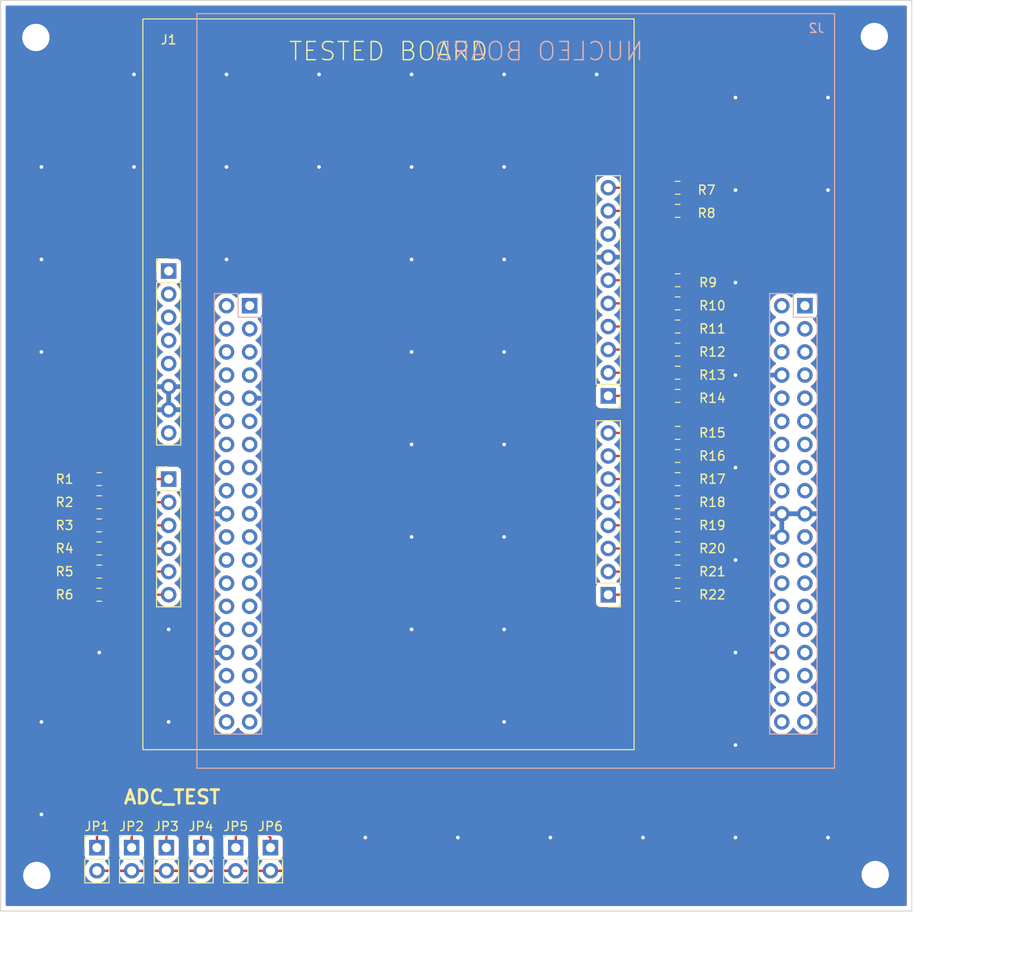
<source format=kicad_pcb>
(kicad_pcb (version 20171130) (host pcbnew "(5.1.5)-3")
  (layers (0 F.Cu signal) (31 B.Cu signal) (34 B.Paste user) (35 F.Paste user) (36 B.SilkS user) (37 F.SilkS user) (38 B.Mask user) (39 F.Mask user) (44 Edge.Cuts user))
  (net 0 "")
  (net 1 /T_P5-9V_VIN)
  (net 2 GND)
  (net 3 /T_P5V_USB)
  (net 4 /T_P3V3)
  (net 5 /T_RESET_PTA1)
  (net 6 /T_SDA_PTD5)
  (net 7 /T_VREFH)
  (net 8 /PC10)
  (net 9 /PC11)
  (net 10 /PC12)
  (net 11 /PD2)
  (net 12 /VDD)
  (net 13 /E5V)
  (net 14 /BOOT0)
  (net 15 /IOREF)
  (net 16 /PA13)
  (net 17 /RESET)
  (net 18 /PA14)
  (net 19 /+3V3)
  (net 20 /PA15)
  (net 21 /+5V)
  (net 22 /PB7)
  (net 23 /PC13)
  (net 24 /VIN)
  (net 25 /PC14)
  (net 26 /PC15)
  (net 27 /PA0)
  (net 28 /PH0)
  (net 29 /PA1)
  (net 30 /PH1)
  (net 31 /PA4)
  (net 32 /VBAT)
  (net 33 /PB0)
  (net 34 /PC2)
  (net 35 /PC1)
  (net 36 /PC3)
  (net 37 /PC0)
  (net 38 /PA3)
  (net 39 /PA2)
  (net 40 /PC4)
  (net 41 /PA10)
  (net 42 /PB3)
  (net 43 /PB13)
  (net 44 /PB5)
  (net 45 /PB14)
  (net 46 /PB4)
  (net 47 /PB15)
  (net 48 /PB10)
  (net 49 /PB1)
  (net 50 /PA8)
  (net 51 /PB2)
  (net 52 /PA9)
  (net 53 /PC7)
  (net 54 /PB11)
  (net 55 /PB6)
  (net 56 /PB12)
  (net 57 /PA7)
  (net 58 /PA11)
  (net 59 /PA6)
  (net 60 /PA12)
  (net 61 /PA5)
  (net 62 /U5V)
  (net 63 /AVDD)
  (net 64 /PC5)
  (net 65 /PB9)
  (net 66 /PC6)
  (net 67 /PB8)
  (net 68 /PC8)
  (net 69 /PC9)
  (net 70 /T_PTB8)
  (net 71 /T_PTB9)
  (net 72 /T_PTA8)
  (net 73 /T_PTA0)
  (net 74 /T_PTA9)
  (net 75 /T_PTB13)
  (net 76 /T_PTB3)
  (net 77 /T_PTB4)
  (net 78 /T_PTB0)
  (net 79 /T_PTA6)
  (net 80 /T_PTA7)
  (net 81 /T_PTA5)
  (net 82 /T_PTB11)
  (net 83 /T_PTB10)
  (net 84 /T_PTB7)
  (net 85 /T_PTB6)
  (net 86 /T_PTA12)
  (net 87 /T_PTA10)
  (net 88 /T_PTB5)
  (net 89 /T_PTA11)
  (net 90 /T_PTB1)
  (net 91 /T_PTB2)
  (net 92 "Net-(J1-PadJ2_1)")
  (net 93 "Net-(J1-PadJ2_2)")
  (net 94 "Net-(J1-PadJ2_3)")
  (net 95 "Net-(J1-PadJ2_4)")
  (net 96 "Net-(J1-PadJ2_5)")
  (net 97 "Net-(J1-PadJ2_6)")
  (net 98 "Net-(J1-PadJ3_10)")
  (net 99 "Net-(J1-PadJ3_9)")
  (net 100 "Net-(J1-PadJ3_6)")
  (net 101 "Net-(J1-PadJ3_5)")
  (net 102 "Net-(J1-PadJ3_4)")
  (net 103 "Net-(J1-PadJ3_3)")
  (net 104 "Net-(J1-PadJ3_2)")
  (net 105 "Net-(J1-PadJ3_1)")
  (net 106 "Net-(J1-PadJ4_8)")
  (net 107 "Net-(J1-PadJ4_7)")
  (net 108 "Net-(J1-PadJ4_6)")
  (net 109 "Net-(J1-PadJ4_5)")
  (net 110 "Net-(J1-PadJ4_4)")
  (net 111 "Net-(J1-PadJ4_3)")
  (net 112 "Net-(J1-PadJ4_2)")
  (net 113 "Net-(J1-PadJ4_1)")
  (net 114 "Net-(J2-PadJ1_26)")
  (net 115 "Net-(J2-PadJ1_11)")
  (net 116 "Net-(J2-PadJ1_10)")
  (net 117 "Net-(J2-PadJ1_9)")
  (net 118 "Net-(J2-PadJ2_10)")
  (net 119 "Net-(J2-PadJ2_38)")
  (net 120 "Net-(J2-PadJ2_36)")
  (module TestBed_KL05_Library_Footprint:CONN_MORPH_NUCLEO (layer B.Cu) (at 179.07 55.88 180)
    (fp_text reference J2 (at -33.02 25.4) (layer B.SilkS) (effects (justify mirror)))
    (fp_text value CONN_NUCLEO_MORPH)
    (pad J1_37 thru_hole oval (at -31.75 -50.8 180) (size 1.7 1.7) (drill 1) (layers *.Cu *.Mask) (net 36 /PC3))
    (pad J1_36 thru_hole oval (at -29.21 -48.26 180) (size 1.7 1.7) (drill 1) (layers *.Cu *.Mask) (net 35 /PC1))
    (pad J1_38 thru_hole oval (at -29.21 -50.8 180) (size 1.7 1.7) (drill 1) (layers *.Cu *.Mask) (net 37 /PC0))
    (pad J1_34 thru_hole oval (at -29.21 -45.72 180) (size 1.7 1.7) (drill 1) (layers *.Cu *.Mask) (net 33 /PB0))
    (pad J1_35 thru_hole oval (at -31.75 -48.26 180) (size 1.7 1.7) (drill 1) (layers *.Cu *.Mask) (net 34 /PC2))
    (pad J1_27 thru_hole oval (at -31.75 -38.1 180) (size 1.7 1.7) (drill 1) (layers *.Cu *.Mask) (net 26 /PC15))
    (pad J1_26 thru_hole oval (at -29.21 -35.56 180) (size 1.7 1.7) (drill 1) (layers *.Cu *.Mask) (net 114 "Net-(J2-PadJ1_26)"))
    (pad J1_24 thru_hole oval (at -29.21 -33.02 180) (size 1.7 1.7) (drill 1) (layers *.Cu *.Mask) (net 24 /VIN))
    (pad J1_23 thru_hole oval (at -31.75 -33.02 180) (size 1.7 1.7) (drill 1) (layers *.Cu *.Mask) (net 23 /PC13))
    (pad J1_22 thru_hole oval (at -29.21 -30.48 180) (size 1.7 1.7) (drill 1) (layers *.Cu *.Mask) (net 2 GND))
    (pad J1_18 thru_hole oval (at -29.21 -25.4 180) (size 1.7 1.7) (drill 1) (layers *.Cu *.Mask) (net 21 /+5V))
    (pad J1_16 thru_hole oval (at -29.21 -22.86 180) (size 1.7 1.7) (drill 1) (layers *.Cu *.Mask) (net 19 /+3V3))
    (pad J1_1 thru_hole rect (at -31.75 -5.08 180) (size 1.7 1.7) (drill 1) (layers *.Cu *.Mask) (net 8 /PC10))
    (pad J1_12 thru_hole oval (at -29.21 -17.78 180) (size 1.7 1.7) (drill 1) (layers *.Cu *.Mask) (net 15 /IOREF))
    (pad J1_11 thru_hole oval (at -31.75 -17.78 180) (size 1.7 1.7) (drill 1) (layers *.Cu *.Mask) (net 115 "Net-(J2-PadJ1_11)"))
    (pad J1_8 thru_hole oval (at -29.21 -12.7 180) (size 1.7 1.7) (drill 1) (layers *.Cu *.Mask) (net 2 GND))
    (pad J1_2 thru_hole oval (at -29.21 -5.08 180) (size 1.7 1.7) (drill 1) (layers *.Cu *.Mask) (net 9 /PC11))
    (pad J1_13 thru_hole oval (at -31.75 -20.32 180) (size 1.7 1.7) (drill 1) (layers *.Cu *.Mask) (net 16 /PA13))
    (pad J1_6 thru_hole oval (at -29.21 -10.16 180) (size 1.7 1.7) (drill 1) (layers *.Cu *.Mask) (net 13 /E5V))
    (pad J1_31 thru_hole oval (at -31.75 -43.18 180) (size 1.7 1.7) (drill 1) (layers *.Cu *.Mask) (net 30 /PH1))
    (pad J1_30 thru_hole oval (at -29.21 -40.64 180) (size 1.7 1.7) (drill 1) (layers *.Cu *.Mask) (net 29 /PA1))
    (pad J1_28 thru_hole oval (at -29.21 -38.1 180) (size 1.7 1.7) (drill 1) (layers *.Cu *.Mask) (net 27 /PA0))
    (pad J1_4 thru_hole oval (at -29.21 -7.62 180) (size 1.7 1.7) (drill 1) (layers *.Cu *.Mask) (net 11 /PD2))
    (pad J1_21 thru_hole oval (at -31.75 -30.48 180) (size 1.7 1.7) (drill 1) (layers *.Cu *.Mask) (net 22 /PB7))
    (pad J1_10 thru_hole oval (at -29.21 -15.24 180) (size 1.7 1.7) (drill 1) (layers *.Cu *.Mask) (net 116 "Net-(J2-PadJ1_10)"))
    (pad J1_19 thru_hole oval (at -31.75 -27.94 180) (size 1.7 1.7) (drill 1) (layers *.Cu *.Mask) (net 2 GND))
    (pad J1_14 thru_hole oval (at -29.21 -20.32 180) (size 1.7 1.7) (drill 1) (layers *.Cu *.Mask) (net 17 /RESET))
    (pad J1_3 thru_hole oval (at -31.75 -7.62 180) (size 1.7 1.7) (drill 1) (layers *.Cu *.Mask) (net 10 /PC12))
    (pad J1_29 thru_hole oval (at -31.75 -40.64 180) (size 1.7 1.7) (drill 1) (layers *.Cu *.Mask) (net 28 /PH0))
    (pad J1_5 thru_hole oval (at -31.75 -10.16 180) (size 1.7 1.7) (drill 1) (layers *.Cu *.Mask) (net 12 /VDD))
    (pad J1_33 thru_hole oval (at -31.75 -45.72 180) (size 1.7 1.7) (drill 1) (layers *.Cu *.Mask) (net 32 /VBAT))
    (pad J1_17 thru_hole oval (at -31.75 -25.4 180) (size 1.7 1.7) (drill 1) (layers *.Cu *.Mask) (net 20 /PA15))
    (pad J1_7 thru_hole oval (at -31.75 -12.7 180) (size 1.7 1.7) (drill 1) (layers *.Cu *.Mask) (net 14 /BOOT0))
    (pad J1_32 thru_hole oval (at -29.21 -43.18 180) (size 1.7 1.7) (drill 1) (layers *.Cu *.Mask) (net 31 /PA4))
    (pad J1_15 thru_hole oval (at -31.75 -22.86 180) (size 1.7 1.7) (drill 1) (layers *.Cu *.Mask) (net 18 /PA14))
    (pad J1_25 thru_hole oval (at -31.75 -35.56 180) (size 1.7 1.7) (drill 1) (layers *.Cu *.Mask) (net 25 /PC14))
    (pad J1_20 thru_hole oval (at -29.21 -27.94 180) (size 1.7 1.7) (drill 1) (layers *.Cu *.Mask) (net 2 GND))
    (pad J1_9 thru_hole oval (at -31.75 -15.24 180) (size 1.7 1.7) (drill 1) (layers *.Cu *.Mask) (net 117 "Net-(J2-PadJ1_9)"))
    (pad J2_12 thru_hole oval (at 31.75 -17.78 180) (size 1.7 1.7) (drill 1) (layers *.Cu *.Mask) (net 60 /PA12))
    (pad J2_10 thru_hole oval (at 31.75 -15.24 180) (size 1.7 1.7) (drill 1) (layers *.Cu *.Mask) (net 118 "Net-(J2-PadJ2_10)"))
    (pad J2_28 thru_hole oval (at 31.75 -38.1 180) (size 1.7 1.7) (drill 1) (layers *.Cu *.Mask) (net 45 /PB14))
    (pad J2_6 thru_hole oval (at 31.75 -10.16 180) (size 1.7 1.7) (drill 1) (layers *.Cu *.Mask) (net 64 /PC5))
    (pad J2_2 thru_hole oval (at 31.75 -5.08 180) (size 1.7 1.7) (drill 1) (layers *.Cu *.Mask) (net 68 /PC8))
    (pad J2_22 thru_hole oval (at 31.75 -30.48 180) (size 1.7 1.7) (drill 1) (layers *.Cu *.Mask) (net 51 /PB2))
    (pad J2_18 thru_hole oval (at 31.75 -25.4 180) (size 1.7 1.7) (drill 1) (layers *.Cu *.Mask) (net 54 /PB11))
    (pad J2_38 thru_hole oval (at 31.75 -50.8 180) (size 1.7 1.7) (drill 1) (layers *.Cu *.Mask) (net 119 "Net-(J2-PadJ2_38)"))
    (pad J2_37 thru_hole oval (at 29.21 -50.8 180) (size 1.7 1.7) (drill 1) (layers *.Cu *.Mask) (net 38 /PA3))
    (pad J2_15 thru_hole oval (at 29.21 -22.86 180) (size 1.7 1.7) (drill 1) (layers *.Cu *.Mask) (net 57 /PA7))
    (pad J2_29 thru_hole oval (at 29.21 -40.64 180) (size 1.7 1.7) (drill 1) (layers *.Cu *.Mask) (net 44 /PB5))
    (pad J2_30 thru_hole oval (at 31.75 -40.64 180) (size 1.7 1.7) (drill 1) (layers *.Cu *.Mask) (net 43 /PB13))
    (pad J2_26 thru_hole oval (at 31.75 -35.56 180) (size 1.7 1.7) (drill 1) (layers *.Cu *.Mask) (net 47 /PB15))
    (pad J2_34 thru_hole oval (at 31.75 -45.72 180) (size 1.7 1.7) (drill 1) (layers *.Cu *.Mask) (net 40 /PC4))
    (pad J2_11 thru_hole oval (at 29.21 -17.78 180) (size 1.7 1.7) (drill 1) (layers *.Cu *.Mask) (net 61 /PA5))
    (pad J2_9 thru_hole oval (at 29.21 -15.24 180) (size 1.7 1.7) (drill 1) (layers *.Cu *.Mask) (net 2 GND))
    (pad J2_20 thru_hole oval (at 31.75 -27.94 180) (size 1.7 1.7) (drill 1) (layers *.Cu *.Mask) (net 2 GND))
    (pad J2_5 thru_hole oval (at 29.21 -10.16 180) (size 1.7 1.7) (drill 1) (layers *.Cu *.Mask) (net 65 /PB9))
    (pad J2_14 thru_hole oval (at 31.75 -20.32 180) (size 1.7 1.7) (drill 1) (layers *.Cu *.Mask) (net 58 /PA11))
    (pad J2_21 thru_hole oval (at 29.21 -30.48 180) (size 1.7 1.7) (drill 1) (layers *.Cu *.Mask) (net 52 /PA9))
    (pad J2_4 thru_hole oval (at 31.75 -7.62 180) (size 1.7 1.7) (drill 1) (layers *.Cu *.Mask) (net 66 /PC6))
    (pad J2_31 thru_hole oval (at 29.21 -43.18 180) (size 1.7 1.7) (drill 1) (layers *.Cu *.Mask) (net 42 /PB3))
    (pad J2_13 thru_hole oval (at 29.21 -20.32 180) (size 1.7 1.7) (drill 1) (layers *.Cu *.Mask) (net 59 /PA6))
    (pad J2_24 thru_hole oval (at 31.75 -33.02 180) (size 1.7 1.7) (drill 1) (layers *.Cu *.Mask) (net 49 /PB1))
    (pad J2_25 thru_hole oval (at 29.21 -35.56 180) (size 1.7 1.7) (drill 1) (layers *.Cu *.Mask) (net 48 /PB10))
    (pad J2_32 thru_hole oval (at 31.75 -43.18 180) (size 1.7 1.7) (drill 1) (layers *.Cu *.Mask) (net 2 GND))
    (pad J2_7 thru_hole oval (at 29.21 -12.7 180) (size 1.7 1.7) (drill 1) (layers *.Cu *.Mask) (net 63 /AVDD))
    (pad J2_36 thru_hole oval (at 31.75 -48.26 180) (size 1.7 1.7) (drill 1) (layers *.Cu *.Mask) (net 120 "Net-(J2-PadJ2_36)"))
    (pad J2_16 thru_hole oval (at 31.75 -22.86 180) (size 1.7 1.7) (drill 1) (layers *.Cu *.Mask) (net 56 /PB12))
    (pad J2_35 thru_hole oval (at 29.21 -48.26 180) (size 1.7 1.7) (drill 1) (layers *.Cu *.Mask) (net 39 /PA2))
    (pad J2_23 thru_hole oval (at 29.21 -33.02 180) (size 1.7 1.7) (drill 1) (layers *.Cu *.Mask) (net 50 /PA8))
    (pad J2_27 thru_hole oval (at 29.21 -38.1 180) (size 1.7 1.7) (drill 1) (layers *.Cu *.Mask) (net 46 /PB4))
    (pad J2_1 thru_hole rect (at 29.21 -5.08 180) (size 1.7 1.7) (drill 1) (layers *.Cu *.Mask) (net 69 /PC9))
    (pad J2_17 thru_hole oval (at 29.21 -25.4 180) (size 1.7 1.7) (drill 1) (layers *.Cu *.Mask) (net 55 /PB6))
    (pad J2_33 thru_hole oval (at 29.21 -45.72 180) (size 1.7 1.7) (drill 1) (layers *.Cu *.Mask) (net 41 /PA10))
    (pad J2_3 thru_hole oval (at 29.21 -7.62 180) (size 1.7 1.7) (drill 1) (layers *.Cu *.Mask) (net 67 /PB8))
    (pad J2_19 thru_hole oval (at 29.21 -27.94 180) (size 1.7 1.7) (drill 1) (layers *.Cu *.Mask) (net 53 /PC7))
    (pad J2_8 thru_hole oval (at 31.75 -12.7 180) (size 1.7 1.7) (drill 1) (layers *.Cu *.Mask) (net 62 /U5V))
  )
  (module Connector_PinHeader_2.54mm:PinHeader_1x02_P2.54mm_Vertical (layer F.Cu) (at 133.096 120.49)
    (fp_text reference JP1 (at 0 -2.33) (layer F.SilkS))
    (fp_text value Jumper)
    (pad 1 thru_hole rect (at 0 0) (size 1.7 1.7) (drill 1) (layers *.Cu *.Mask) (net 70 /T_PTB8))
    (pad 2 thru_hole oval (at 0 2.54) (size 1.7 1.7) (drill 1) (layers *.Cu *.Mask) (net 31 /PA4))
  )
  (module Connector_PinHeader_2.54mm:PinHeader_1x02_P2.54mm_Vertical (layer F.Cu) (at 136.906 120.49)
    (fp_text reference JP2 (at 0 -2.33) (layer F.SilkS))
    (fp_text value Jumper)
    (pad 2 thru_hole oval (at 0 2.54) (size 1.7 1.7) (drill 1) (layers *.Cu *.Mask) (net 31 /PA4))
    (pad 1 thru_hole rect (at 0 0) (size 1.7 1.7) (drill 1) (layers *.Cu *.Mask) (net 71 /T_PTB9))
  )
  (module Connector_PinHeader_2.54mm:PinHeader_1x02_P2.54mm_Vertical (layer F.Cu) (at 140.716 120.49)
    (fp_text reference JP3 (at 0 -2.33) (layer F.SilkS))
    (fp_text value Jumper)
    (pad 1 thru_hole rect (at 0 0) (size 1.7 1.7) (drill 1) (layers *.Cu *.Mask) (net 72 /T_PTA8))
    (pad 2 thru_hole oval (at 0 2.54) (size 1.7 1.7) (drill 1) (layers *.Cu *.Mask) (net 31 /PA4))
  )
  (module Connector_PinHeader_2.54mm:PinHeader_1x02_P2.54mm_Vertical (layer F.Cu) (at 144.526 120.49)
    (fp_text reference JP4 (at 0 -2.33) (layer F.SilkS))
    (fp_text value Jumper)
    (pad 2 thru_hole oval (at 0 2.54) (size 1.7 1.7) (drill 1) (layers *.Cu *.Mask) (net 31 /PA4))
    (pad 1 thru_hole rect (at 0 0) (size 1.7 1.7) (drill 1) (layers *.Cu *.Mask) (net 73 /T_PTA0))
  )
  (module Connector_PinHeader_2.54mm:PinHeader_1x02_P2.54mm_Vertical (layer F.Cu) (at 148.336 120.49)
    (fp_text reference JP5 (at 0 -2.33) (layer F.SilkS))
    (fp_text value Jumper)
    (pad 1 thru_hole rect (at 0 0) (size 1.7 1.7) (drill 1) (layers *.Cu *.Mask) (net 74 /T_PTA9))
    (pad 2 thru_hole oval (at 0 2.54) (size 1.7 1.7) (drill 1) (layers *.Cu *.Mask) (net 31 /PA4))
  )
  (module Connector_PinHeader_2.54mm:PinHeader_1x02_P2.54mm_Vertical (layer F.Cu) (at 152.146 120.49)
    (fp_text reference JP6 (at 0 -2.33) (layer F.SilkS))
    (fp_text value Jumper)
    (pad 2 thru_hole oval (at 0 2.54) (size 1.7 1.7) (drill 1) (layers *.Cu *.Mask) (net 31 /PA4))
    (pad 1 thru_hole rect (at 0 0) (size 1.7 1.7) (drill 1) (layers *.Cu *.Mask) (net 75 /T_PTB13))
  )
  (module Resistor_SMD:R_0805_2012Metric_Pad1.15x1.40mm_HandSolder (layer F.Cu) (at 133.35 80.01 180)
    (fp_text reference R1 (at 3.81 0) (layer F.SilkS))
    (fp_text value 330)
    (pad 2 smd roundrect (at 1.025 0 180) (size 1.15 1.4) (layers F.Cu F.Paste F.Mask) (roundrect_rratio 0.217391) (net 70 /T_PTB8))
    (pad 1 smd roundrect (at -1.025 0 180) (size 1.15 1.4) (layers F.Cu F.Paste F.Mask) (roundrect_rratio 0.217391) (net 92 "Net-(J1-PadJ2_1)"))
  )
  (module Resistor_SMD:R_0805_2012Metric_Pad1.15x1.40mm_HandSolder (layer F.Cu) (at 133.35 82.55 180)
    (fp_text reference R2 (at 3.81 0) (layer F.SilkS))
    (fp_text value 330)
    (pad 1 smd roundrect (at -1.025 0 180) (size 1.15 1.4) (layers F.Cu F.Paste F.Mask) (roundrect_rratio 0.217391) (net 93 "Net-(J1-PadJ2_2)"))
    (pad 2 smd roundrect (at 1.025 0 180) (size 1.15 1.4) (layers F.Cu F.Paste F.Mask) (roundrect_rratio 0.217391) (net 71 /T_PTB9))
  )
  (module Resistor_SMD:R_0805_2012Metric_Pad1.15x1.40mm_HandSolder (layer F.Cu) (at 133.35 85.09 180)
    (fp_text reference R3 (at 3.81 0) (layer F.SilkS))
    (fp_text value 330)
    (pad 2 smd roundrect (at 1.025 0 180) (size 1.15 1.4) (layers F.Cu F.Paste F.Mask) (roundrect_rratio 0.217391) (net 72 /T_PTA8))
    (pad 1 smd roundrect (at -1.025 0 180) (size 1.15 1.4) (layers F.Cu F.Paste F.Mask) (roundrect_rratio 0.217391) (net 94 "Net-(J1-PadJ2_3)"))
  )
  (module Resistor_SMD:R_0805_2012Metric_Pad1.15x1.40mm_HandSolder (layer F.Cu) (at 133.35 87.63 180)
    (fp_text reference R4 (at 3.81 0) (layer F.SilkS))
    (fp_text value 330)
    (pad 1 smd roundrect (at -1.025 0 180) (size 1.15 1.4) (layers F.Cu F.Paste F.Mask) (roundrect_rratio 0.217391) (net 95 "Net-(J1-PadJ2_4)"))
    (pad 2 smd roundrect (at 1.025 0 180) (size 1.15 1.4) (layers F.Cu F.Paste F.Mask) (roundrect_rratio 0.217391) (net 73 /T_PTA0))
  )
  (module Resistor_SMD:R_0805_2012Metric_Pad1.15x1.40mm_HandSolder (layer F.Cu) (at 133.35 90.17 180)
    (fp_text reference R5 (at 3.81 0) (layer F.SilkS))
    (fp_text value 330)
    (pad 2 smd roundrect (at 1.025 0 180) (size 1.15 1.4) (layers F.Cu F.Paste F.Mask) (roundrect_rratio 0.217391) (net 74 /T_PTA9))
    (pad 1 smd roundrect (at -1.025 0 180) (size 1.15 1.4) (layers F.Cu F.Paste F.Mask) (roundrect_rratio 0.217391) (net 96 "Net-(J1-PadJ2_5)"))
  )
  (module Resistor_SMD:R_0805_2012Metric_Pad1.15x1.40mm_HandSolder (layer F.Cu) (at 133.35 92.71 180)
    (fp_text reference R6 (at 3.81 0) (layer F.SilkS))
    (fp_text value 330)
    (pad 2 smd roundrect (at 1.025 0 180) (size 1.15 1.4) (layers F.Cu F.Paste F.Mask) (roundrect_rratio 0.217391) (net 75 /T_PTB13))
    (pad 1 smd roundrect (at -1.025 0 180) (size 1.15 1.4) (layers F.Cu F.Paste F.Mask) (roundrect_rratio 0.217391) (net 97 "Net-(J1-PadJ2_6)"))
  )
  (module Resistor_SMD:R_0805_2012Metric_Pad1.15x1.40mm_HandSolder (layer F.Cu) (at 196.85 48.006 180)
    (fp_text reference R7 (at -3.175 -0.254) (layer F.SilkS))
    (fp_text value 330)
    (pad 1 smd roundrect (at -1.025 0 180) (size 1.15 1.4) (layers F.Cu F.Paste F.Mask) (roundrect_rratio 0.217391) (net 76 /T_PTB3))
    (pad 2 smd roundrect (at 1.025 0 180) (size 1.15 1.4) (layers F.Cu F.Paste F.Mask) (roundrect_rratio 0.217391) (net 98 "Net-(J1-PadJ3_10)"))
  )
  (module Resistor_SMD:R_0805_2012Metric_Pad1.15x1.40mm_HandSolder (layer F.Cu) (at 196.85 50.546 180)
    (fp_text reference R8 (at -3.175 -0.254) (layer F.SilkS))
    (fp_text value 330)
    (pad 1 smd roundrect (at -1.025 0 180) (size 1.15 1.4) (layers F.Cu F.Paste F.Mask) (roundrect_rratio 0.217391) (net 77 /T_PTB4))
    (pad 2 smd roundrect (at 1.025 0 180) (size 1.15 1.4) (layers F.Cu F.Paste F.Mask) (roundrect_rratio 0.217391) (net 99 "Net-(J1-PadJ3_9)"))
  )
  (module Resistor_SMD:R_0805_2012Metric_Pad1.15x1.40mm_HandSolder (layer F.Cu) (at 196.85 58.166 180)
    (fp_text reference R9 (at -3.33248 -0.254) (layer F.SilkS))
    (fp_text value 330)
    (pad 2 smd roundrect (at 1.025 0 180) (size 1.15 1.4) (layers F.Cu F.Paste F.Mask) (roundrect_rratio 0.217391) (net 100 "Net-(J1-PadJ3_6)"))
    (pad 1 smd roundrect (at -1.025 0 180) (size 1.15 1.4) (layers F.Cu F.Paste F.Mask) (roundrect_rratio 0.217391) (net 78 /T_PTB0))
  )
  (module Resistor_SMD:R_0805_2012Metric_Pad1.15x1.40mm_HandSolder (layer F.Cu) (at 196.85 60.706 180)
    (fp_text reference R10 (at -3.81 -0.254) (layer F.SilkS))
    (fp_text value 330)
    (pad 1 smd roundrect (at -1.025 0 180) (size 1.15 1.4) (layers F.Cu F.Paste F.Mask) (roundrect_rratio 0.217391) (net 79 /T_PTA6))
    (pad 2 smd roundrect (at 1.025 0 180) (size 1.15 1.4) (layers F.Cu F.Paste F.Mask) (roundrect_rratio 0.217391) (net 101 "Net-(J1-PadJ3_5)"))
  )
  (module Resistor_SMD:R_0805_2012Metric_Pad1.15x1.40mm_HandSolder (layer F.Cu) (at 196.85 63.246 180)
    (fp_text reference R11 (at -3.81 -0.254) (layer F.SilkS))
    (fp_text value 330)
    (pad 2 smd roundrect (at 1.025 0 180) (size 1.15 1.4) (layers F.Cu F.Paste F.Mask) (roundrect_rratio 0.217391) (net 102 "Net-(J1-PadJ3_4)"))
    (pad 1 smd roundrect (at -1.025 0 180) (size 1.15 1.4) (layers F.Cu F.Paste F.Mask) (roundrect_rratio 0.217391) (net 80 /T_PTA7))
  )
  (module Resistor_SMD:R_0805_2012Metric_Pad1.15x1.40mm_HandSolder (layer F.Cu) (at 196.85 65.786 180)
    (fp_text reference R12 (at -3.81 -0.254) (layer F.SilkS))
    (fp_text value 330)
    (pad 1 smd roundrect (at -1.025 0 180) (size 1.15 1.4) (layers F.Cu F.Paste F.Mask) (roundrect_rratio 0.217391) (net 81 /T_PTA5))
    (pad 2 smd roundrect (at 1.025 0 180) (size 1.15 1.4) (layers F.Cu F.Paste F.Mask) (roundrect_rratio 0.217391) (net 103 "Net-(J1-PadJ3_3)"))
  )
  (module Resistor_SMD:R_0805_2012Metric_Pad1.15x1.40mm_HandSolder (layer F.Cu) (at 196.85 68.326 180)
    (fp_text reference R13 (at -3.81 -0.254) (layer F.SilkS))
    (fp_text value 330)
    (pad 2 smd roundrect (at 1.025 0 180) (size 1.15 1.4) (layers F.Cu F.Paste F.Mask) (roundrect_rratio 0.217391) (net 104 "Net-(J1-PadJ3_2)"))
    (pad 1 smd roundrect (at -1.025 0 180) (size 1.15 1.4) (layers F.Cu F.Paste F.Mask) (roundrect_rratio 0.217391) (net 82 /T_PTB11))
  )
  (module Resistor_SMD:R_0805_2012Metric_Pad1.15x1.40mm_HandSolder (layer F.Cu) (at 196.85 70.866 180)
    (fp_text reference R14 (at -3.81 -0.254) (layer F.SilkS))
    (fp_text value 330)
    (pad 1 smd roundrect (at -1.025 0 180) (size 1.15 1.4) (layers F.Cu F.Paste F.Mask) (roundrect_rratio 0.217391) (net 83 /T_PTB10))
    (pad 2 smd roundrect (at 1.025 0 180) (size 1.15 1.4) (layers F.Cu F.Paste F.Mask) (roundrect_rratio 0.217391) (net 105 "Net-(J1-PadJ3_1)"))
  )
  (module Resistor_SMD:R_0805_2012Metric_Pad1.15x1.40mm_HandSolder (layer F.Cu) (at 196.85 74.93 180)
    (fp_text reference R15 (at -3.81 0) (layer F.SilkS))
    (fp_text value 330)
    (pad 2 smd roundrect (at 1.025 0 180) (size 1.15 1.4) (layers F.Cu F.Paste F.Mask) (roundrect_rratio 0.217391) (net 106 "Net-(J1-PadJ4_8)"))
    (pad 1 smd roundrect (at -1.025 0 180) (size 1.15 1.4) (layers F.Cu F.Paste F.Mask) (roundrect_rratio 0.217391) (net 84 /T_PTB7))
  )
  (module Resistor_SMD:R_0805_2012Metric_Pad1.15x1.40mm_HandSolder (layer F.Cu) (at 196.85 77.47 180)
    (fp_text reference R16 (at -3.81 0) (layer F.SilkS))
    (fp_text value 330)
    (pad 1 smd roundrect (at -1.025 0 180) (size 1.15 1.4) (layers F.Cu F.Paste F.Mask) (roundrect_rratio 0.217391) (net 85 /T_PTB6))
    (pad 2 smd roundrect (at 1.025 0 180) (size 1.15 1.4) (layers F.Cu F.Paste F.Mask) (roundrect_rratio 0.217391) (net 107 "Net-(J1-PadJ4_7)"))
  )
  (module Resistor_SMD:R_0805_2012Metric_Pad1.15x1.40mm_HandSolder (layer F.Cu) (at 196.85 80.01 180)
    (fp_text reference R17 (at -3.81 0) (layer F.SilkS))
    (fp_text value 330)
    (pad 2 smd roundrect (at 1.025 0 180) (size 1.15 1.4) (layers F.Cu F.Paste F.Mask) (roundrect_rratio 0.217391) (net 108 "Net-(J1-PadJ4_6)"))
    (pad 1 smd roundrect (at -1.025 0 180) (size 1.15 1.4) (layers F.Cu F.Paste F.Mask) (roundrect_rratio 0.217391) (net 86 /T_PTA12))
  )
  (module Resistor_SMD:R_0805_2012Metric_Pad1.15x1.40mm_HandSolder (layer F.Cu) (at 196.85 82.55 180)
    (fp_text reference R18 (at -3.81 0) (layer F.SilkS))
    (fp_text value 330)
    (pad 1 smd roundrect (at -1.025 0 180) (size 1.15 1.4) (layers F.Cu F.Paste F.Mask) (roundrect_rratio 0.217391) (net 87 /T_PTA10))
    (pad 2 smd roundrect (at 1.025 0 180) (size 1.15 1.4) (layers F.Cu F.Paste F.Mask) (roundrect_rratio 0.217391) (net 109 "Net-(J1-PadJ4_5)"))
  )
  (module Resistor_SMD:R_0805_2012Metric_Pad1.15x1.40mm_HandSolder (layer F.Cu) (at 196.85 85.09 180)
    (fp_text reference R19 (at -3.81 0) (layer F.SilkS))
    (fp_text value 330)
    (pad 2 smd roundrect (at 1.025 0 180) (size 1.15 1.4) (layers F.Cu F.Paste F.Mask) (roundrect_rratio 0.217391) (net 110 "Net-(J1-PadJ4_4)"))
    (pad 1 smd roundrect (at -1.025 0 180) (size 1.15 1.4) (layers F.Cu F.Paste F.Mask) (roundrect_rratio 0.217391) (net 88 /T_PTB5))
  )
  (module Resistor_SMD:R_0805_2012Metric_Pad1.15x1.40mm_HandSolder (layer F.Cu) (at 196.85 87.63 180)
    (fp_text reference R20 (at -3.81 0) (layer F.SilkS))
    (fp_text value 330)
    (pad 1 smd roundrect (at -1.025 0 180) (size 1.15 1.4) (layers F.Cu F.Paste F.Mask) (roundrect_rratio 0.217391) (net 89 /T_PTA11))
    (pad 2 smd roundrect (at 1.025 0 180) (size 1.15 1.4) (layers F.Cu F.Paste F.Mask) (roundrect_rratio 0.217391) (net 111 "Net-(J1-PadJ4_3)"))
  )
  (module Resistor_SMD:R_0805_2012Metric_Pad1.15x1.40mm_HandSolder (layer F.Cu) (at 196.85 90.17 180)
    (fp_text reference R21 (at -3.81 0) (layer F.SilkS))
    (fp_text value 330)
    (pad 2 smd roundrect (at 1.025 0 180) (size 1.15 1.4) (layers F.Cu F.Paste F.Mask) (roundrect_rratio 0.217391) (net 112 "Net-(J1-PadJ4_2)"))
    (pad 1 smd roundrect (at -1.025 0 180) (size 1.15 1.4) (layers F.Cu F.Paste F.Mask) (roundrect_rratio 0.217391) (net 90 /T_PTB1))
  )
  (module Resistor_SMD:R_0805_2012Metric_Pad1.15x1.40mm_HandSolder (layer F.Cu) (at 196.85 92.71 180)
    (fp_text reference R22 (at -3.81 0) (layer F.SilkS))
    (fp_text value 330)
    (pad 1 smd roundrect (at -1.025 0 180) (size 1.15 1.4) (layers F.Cu F.Paste F.Mask) (roundrect_rratio 0.217391) (net 91 /T_PTB2))
    (pad 2 smd roundrect (at 1.025 0 180) (size 1.15 1.4) (layers F.Cu F.Paste F.Mask) (roundrect_rratio 0.217391) (net 113 "Net-(J1-PadJ4_1)"))
  )
  (module TestBed_KL05_Library_Footprint:CONN_ARDUINO_R3 (layer F.Cu) (at 165.1 68.58)
    (fp_text reference J1 (at -24.13 -36.83) (layer F.SilkS))
    (fp_text value CONN_ARDUINO_R3)
    (pad J1_3 thru_hole oval (at -24.13 -6.35) (size 1.7 1.7) (drill 1) (layers *.Cu *.Mask) (net 5 /T_RESET_PTA1))
    (pad J1_8 thru_hole oval (at -24.13 6.35) (size 1.7 1.7) (drill 1) (layers *.Cu *.Mask) (net 1 /T_P5-9V_VIN))
    (pad J1_2 thru_hole oval (at -24.13 -8.89) (size 1.7 1.7) (drill 1) (layers *.Cu *.Mask) (net 4 /T_P3V3))
    (pad J1_6 thru_hole oval (at -24.13 1.27) (size 1.7 1.7) (drill 1) (layers *.Cu *.Mask) (net 2 GND))
    (pad J1_5 thru_hole oval (at -24.13 -1.27) (size 1.7 1.7) (drill 1) (layers *.Cu *.Mask) (net 3 /T_P5V_USB))
    (pad J1_1 thru_hole rect (at -24.13 -11.43) (size 1.7 1.7) (drill 1) (layers *.Cu *.Mask) (net 6 /T_SDA_PTD5))
    (pad J1_7 thru_hole oval (at -24.13 3.81) (size 1.7 1.7) (drill 1) (layers *.Cu *.Mask) (net 2 GND))
    (pad J1_4 thru_hole oval (at -24.13 -3.81) (size 1.7 1.7) (drill 1) (layers *.Cu *.Mask) (net 4 /T_P3V3))
    (pad J2_2 thru_hole oval (at -24.13 13.97) (size 1.7 1.7) (drill 1) (layers *.Cu *.Mask) (net 93 "Net-(J1-PadJ2_2)"))
    (pad J2_1 thru_hole rect (at -24.13 11.43) (size 1.7 1.7) (drill 1) (layers *.Cu *.Mask) (net 92 "Net-(J1-PadJ2_1)"))
    (pad J2_3 thru_hole oval (at -24.13 16.51) (size 1.7 1.7) (drill 1) (layers *.Cu *.Mask) (net 94 "Net-(J1-PadJ2_3)"))
    (pad J2_4 thru_hole oval (at -24.13 19.05) (size 1.7 1.7) (drill 1) (layers *.Cu *.Mask) (net 95 "Net-(J1-PadJ2_4)"))
    (pad J2_6 thru_hole oval (at -24.13 24.13) (size 1.7 1.7) (drill 1) (layers *.Cu *.Mask) (net 97 "Net-(J1-PadJ2_6)"))
    (pad J2_5 thru_hole oval (at -24.13 21.59) (size 1.7 1.7) (drill 1) (layers *.Cu *.Mask) (net 96 "Net-(J1-PadJ2_5)"))
    (pad J4_5 thru_hole oval (at 24.13 13.97 180) (size 1.7 1.7) (drill 1) (layers *.Cu *.Mask) (net 109 "Net-(J1-PadJ4_5)"))
    (pad J4_1 thru_hole rect (at 24.13 24.13 180) (size 1.7 1.7) (drill 1) (layers *.Cu *.Mask) (net 113 "Net-(J1-PadJ4_1)"))
    (pad J4_6 thru_hole oval (at 24.13 11.43 180) (size 1.7 1.7) (drill 1) (layers *.Cu *.Mask) (net 108 "Net-(J1-PadJ4_6)"))
    (pad J4_3 thru_hole oval (at 24.13 19.05 180) (size 1.7 1.7) (drill 1) (layers *.Cu *.Mask) (net 111 "Net-(J1-PadJ4_3)"))
    (pad J4_7 thru_hole oval (at 24.13 8.89 180) (size 1.7 1.7) (drill 1) (layers *.Cu *.Mask) (net 107 "Net-(J1-PadJ4_7)"))
    (pad J4_2 thru_hole oval (at 24.13 21.59 180) (size 1.7 1.7) (drill 1) (layers *.Cu *.Mask) (net 112 "Net-(J1-PadJ4_2)"))
    (pad J4_8 thru_hole oval (at 24.13 6.35 180) (size 1.7 1.7) (drill 1) (layers *.Cu *.Mask) (net 106 "Net-(J1-PadJ4_8)"))
    (pad J4_4 thru_hole oval (at 24.13 16.51 180) (size 1.7 1.7) (drill 1) (layers *.Cu *.Mask) (net 110 "Net-(J1-PadJ4_4)"))
    (pad J3_10 thru_hole oval (at 24.13 -20.574 180) (size 1.7 1.7) (drill 1) (layers *.Cu *.Mask) (net 98 "Net-(J1-PadJ3_10)"))
    (pad J3_6 thru_hole oval (at 24.13 -10.414 180) (size 1.7 1.7) (drill 1) (layers *.Cu *.Mask) (net 100 "Net-(J1-PadJ3_6)"))
    (pad J3_2 thru_hole oval (at 24.13 -0.254 180) (size 1.7 1.7) (drill 1) (layers *.Cu *.Mask) (net 104 "Net-(J1-PadJ3_2)"))
    (pad J3_1 thru_hole rect (at 24.13 2.286 180) (size 1.7 1.7) (drill 1) (layers *.Cu *.Mask) (net 105 "Net-(J1-PadJ3_1)"))
    (pad J3_8 thru_hole oval (at 24.13 -15.494 180) (size 1.7 1.7) (drill 1) (layers *.Cu *.Mask) (net 7 /T_VREFH))
    (pad J3_3 thru_hole oval (at 24.13 -2.794 180) (size 1.7 1.7) (drill 1) (layers *.Cu *.Mask) (net 103 "Net-(J1-PadJ3_3)"))
    (pad J3_9 thru_hole oval (at 24.13 -18.034 180) (size 1.7 1.7) (drill 1) (layers *.Cu *.Mask) (net 99 "Net-(J1-PadJ3_9)"))
    (pad J3_4 thru_hole oval (at 24.13 -5.334 180) (size 1.7 1.7) (drill 1) (layers *.Cu *.Mask) (net 102 "Net-(J1-PadJ3_4)"))
    (pad J3_7 thru_hole oval (at 24.13 -12.954 180) (size 1.7 1.7) (drill 1) (layers *.Cu *.Mask) (net 2 GND))
    (pad J3_5 thru_hole oval (at 24.13 -7.874 180) (size 1.7 1.7) (drill 1) (layers *.Cu *.Mask) (net 101 "Net-(J1-PadJ3_5)"))
  )
  (gr_text "NUCLEO BOARD" (at 181.61 33.02) (layer B.SilkS) (effects (font (size 2 2)) (justify mirror)))
  (gr_text "TESTED BOARD" (at 165.1 33.02) (layer F.SilkS) (effects (font (size 2 2))))
  (gr_text ADC_TEST (at 141.351 114.935) (layer F.SilkS) (effects (font (size 1.5 1.5) (thickness 0.3))))
  (gr_line (start 122.5296 127.4572) (end 122.5296 27.432) (layer Edge.Cuts) (width 0.1))
  (gr_line (start 222.5548 127.4572) (end 122.5296 127.4572) (layer Edge.Cuts) (width 0.1))
  (gr_line (start 222.5548 27.432) (end 222.5548 127.4572) (layer Edge.Cuts) (width 0.1))
  (gr_line (start 122.5296 27.432) (end 222.5548 27.432) (layer Edge.Cuts) (width 0.1))
  (via (at 133.35 99.06) (size 0.8) (drill 0.4) (layers F.Cu B.Cu) (net 2))
  (via (at 203.2 68.58) (size 0.8) (drill 0.4) (layers F.Cu B.Cu) (net 2))
  (via (at 203.2 88.9) (size 0.8) (drill 0.4) (layers F.Cu B.Cu) (net 2))
  (via (at 203.2 109.22) (size 0.8) (drill 0.4) (layers F.Cu B.Cu) (net 2))
  (via (at 203.2 78.74) (size 0.8) (drill 0.4) (layers F.Cu B.Cu) (net 2))
  (via (at 203.2 99.06) (size 0.8) (drill 0.4) (layers F.Cu B.Cu) (net 2))
  (via (at 203.2 58.42) (size 0.8) (drill 0.4) (layers F.Cu B.Cu) (net 2))
  (via (at 167.64 66.04) (size 0.8) (drill 0.4) (layers F.Cu B.Cu) (net 2))
  (via (at 167.64 86.36) (size 0.8) (drill 0.4) (layers F.Cu B.Cu) (net 2))
  (via (at 167.64 76.2) (size 0.8) (drill 0.4) (layers F.Cu B.Cu) (net 2))
  (via (at 167.64 96.52) (size 0.8) (drill 0.4) (layers F.Cu B.Cu) (net 2))
  (via (at 167.64 55.88) (size 0.8) (drill 0.4) (layers F.Cu B.Cu) (net 2))
  (via (at 177.8 66.04) (size 0.8) (drill 0.4) (layers F.Cu B.Cu) (net 2))
  (via (at 177.8 86.36) (size 0.8) (drill 0.4) (layers F.Cu B.Cu) (net 2))
  (via (at 177.8 106.68) (size 0.8) (drill 0.4) (layers F.Cu B.Cu) (net 2))
  (via (at 177.8 76.2) (size 0.8) (drill 0.4) (layers F.Cu B.Cu) (net 2))
  (via (at 177.8 96.52) (size 0.8) (drill 0.4) (layers F.Cu B.Cu) (net 2))
  (via (at 177.8 55.88) (size 0.8) (drill 0.4) (layers F.Cu B.Cu) (net 2))
  (via (at 167.64 45.72) (size 0.8) (drill 0.4) (layers F.Cu B.Cu) (net 2))
  (via (at 147.32 45.72) (size 0.8) (drill 0.4) (layers F.Cu B.Cu) (net 2))
  (via (at 127 45.72) (size 0.8) (drill 0.4) (layers F.Cu B.Cu) (net 2))
  (via (at 157.48 45.72) (size 0.8) (drill 0.4) (layers F.Cu B.Cu) (net 2))
  (via (at 137.16 45.72) (size 0.8) (drill 0.4) (layers F.Cu B.Cu) (net 2))
  (via (at 177.8 45.72) (size 0.8) (drill 0.4) (layers F.Cu B.Cu) (net 2))
  (via (at 177.8 35.56) (size 0.8) (drill 0.4) (layers F.Cu B.Cu) (net 2))
  (via (at 157.48 35.56) (size 0.8) (drill 0.4) (layers F.Cu B.Cu) (net 2))
  (via (at 137.16 35.56) (size 0.8) (drill 0.4) (layers F.Cu B.Cu) (net 2))
  (via (at 167.64 35.56) (size 0.8) (drill 0.4) (layers F.Cu B.Cu) (net 2))
  (via (at 147.32 35.56) (size 0.8) (drill 0.4) (layers F.Cu B.Cu) (net 2))
  (via (at 187.96 35.56) (size 0.8) (drill 0.4) (layers F.Cu B.Cu) (net 2))
  (via (at 203.2 48.26) (size 0.8) (drill 0.4) (layers F.Cu B.Cu) (net 2))
  (via (at 203.2 38.1) (size 0.8) (drill 0.4) (layers F.Cu B.Cu) (net 2))
  (via (at 213.36 48.26) (size 0.8) (drill 0.4) (layers F.Cu B.Cu) (net 2))
  (via (at 213.36 38.1) (size 0.8) (drill 0.4) (layers F.Cu B.Cu) (net 2))
  (via (at 127 66.04) (size 0.8) (drill 0.4) (layers F.Cu B.Cu) (net 2))
  (via (at 127 55.88) (size 0.8) (drill 0.4) (layers F.Cu B.Cu) (net 2))
  (via (at 140.97 106.68) (size 0.8) (drill 0.4) (layers F.Cu B.Cu) (net 2))
  (via (at 140.97 96.52) (size 0.8) (drill 0.4) (layers F.Cu B.Cu) (net 2))
  (via (at 127 116.84) (size 0.8) (drill 0.4) (layers F.Cu B.Cu) (net 2))
  (via (at 127 106.68) (size 0.8) (drill 0.4) (layers F.Cu B.Cu) (net 2))
  (via (at 147.32 66.04) (size 0.8) (drill 0.4) (layers F.Cu B.Cu) (net 64))
  (via (at 147.32 55.88) (size 0.8) (drill 0.4) (layers F.Cu B.Cu) (net 2))
  (via (at 147.32 86.36) (size 0.8) (drill 0.4) (layers F.Cu B.Cu) (net 51))
  (via (at 147.32 76.2) (size 0.8) (drill 0.4) (layers F.Cu B.Cu) (net 58))
  (via (at 218.44 31.3944) (size 6) (drill 3) (layers F.Cu B.Cu) (net 0))
  (via (at 218.5416 123.444) (size 6) (drill 3) (layers F.Cu B.Cu) (net 0))
  (via (at 126.3904 31.496) (size 6) (drill 3) (layers F.Cu B.Cu) (net 0))
  (via (at 126.492 123.5456) (size 6) (drill 3) (layers F.Cu B.Cu) (net 0))
  (via (at 162.56 119.38) (size 0.8) (drill 0.4) (layers F.Cu B.Cu) (net 2))
  (via (at 172.72 119.38) (size 0.8) (drill 0.4) (layers F.Cu B.Cu) (net 2))
  (via (at 182.88 119.38) (size 0.8) (drill 0.4) (layers F.Cu B.Cu) (net 2))
  (via (at 193.04 119.38) (size 0.8) (drill 0.4) (layers F.Cu B.Cu) (net 2))
  (via (at 203.2 119.38) (size 0.8) (drill 0.4) (layers F.Cu B.Cu) (net 2))
  (via (at 213.36 119.38) (size 0.8) (drill 0.4) (layers F.Cu B.Cu) (net 2))
  (segment (start 134.298081 123.03) (end 148.336 123.03) (width 0.25) (layer F.Cu) (net 31))
  (segment (start 134.298081 123.03) (end 136.906 123.03) (width 0.25) (layer F.Cu) (net 31))
  (segment (start 138.108081 123.03) (end 140.716 123.03) (width 0.25) (layer F.Cu) (net 31))
  (segment (start 136.906 123.03) (end 138.108081 123.03) (width 0.25) (layer F.Cu) (net 31))
  (segment (start 141.918081 123.03) (end 144.526 123.03) (width 0.25) (layer F.Cu) (net 31))
  (segment (start 140.716 123.03) (end 141.918081 123.03) (width 0.25) (layer F.Cu) (net 31))
  (segment (start 147.133919 123.03) (end 144.526 123.03) (width 0.25) (layer F.Cu) (net 31))
  (segment (start 148.336 123.03) (end 147.133919 123.03) (width 0.25) (layer F.Cu) (net 31))
  (segment (start 149.538081 123.03) (end 152.146 123.03) (width 0.25) (layer F.Cu) (net 31))
  (segment (start 148.336 123.03) (end 149.538081 123.03) (width 0.25) (layer F.Cu) (net 31))
  (segment (start 152.146 123.03) (end 153.348081 123.03) (width 0.25) (layer F.Cu) (net 31))
  (segment (start 133.096 123.03) (end 136.906 123.03) (width 0.25) (layer F.Cu) (net 31))
  (segment (start 205.74 99.06) (end 208.28 99.06) (width 0.25) (layer F.Cu) (net 31))
  (segment (start 152.146 123.03) (end 181.77 123.03) (width 0.25) (layer F.Cu) (net 31))
  (segment (start 181.77 123.03) (end 205.74 99.06) (width 0.25) (layer F.Cu) (net 31))
  (segment (start 132.325 80.01) (end 128.27 80.01) (width 0.25) (layer F.Cu) (net 70))
  (segment (start 127 81.28) (end 128.27 80.01) (width 0.25) (layer F.Cu) (net 70))
  (segment (start 127 81.28) (end 127 104.14) (width 0.25) (layer F.Cu) (net 70))
  (segment (start 133.096 110.236) (end 133.096 120.49) (width 0.25) (layer F.Cu) (net 70))
  (segment (start 127 104.14) (end 133.096 110.236) (width 0.25) (layer F.Cu) (net 70))
  (segment (start 136.906 120.49) (end 136.906 115.57) (width 0.25) (layer F.Cu) (net 71))
  (segment (start 127.635 103.505) (end 136.906 112.776) (width 0.25) (layer F.Cu) (net 71))
  (segment (start 127.635 85.09) (end 127.635 103.505) (width 0.25) (layer F.Cu) (net 71))
  (segment (start 136.906 112.776) (end 136.906 120.49) (width 0.25) (layer F.Cu) (net 71))
  (segment (start 132.325 82.55) (end 130.175 82.55) (width 0.25) (layer F.Cu) (net 71))
  (segment (start 130.175 82.55) (end 127.635 85.09) (width 0.25) (layer F.Cu) (net 71))
  (segment (start 128.27 102.87) (end 140.716 115.316) (width 0.25) (layer F.Cu) (net 72))
  (segment (start 128.27 86.995) (end 128.27 102.87) (width 0.25) (layer F.Cu) (net 72))
  (segment (start 132.325 85.09) (end 130.175 85.09) (width 0.25) (layer F.Cu) (net 72))
  (segment (start 140.716 115.316) (end 140.716 120.49) (width 0.25) (layer F.Cu) (net 72))
  (segment (start 130.175 85.09) (end 128.27 86.995) (width 0.25) (layer F.Cu) (net 72))
  (segment (start 130.175 87.63) (end 132.325 87.63) (width 0.25) (layer F.Cu) (net 73))
  (segment (start 128.905 88.9) (end 130.175 87.63) (width 0.25) (layer F.Cu) (net 73))
  (segment (start 128.905 102.235) (end 128.905 88.9) (width 0.25) (layer F.Cu) (net 73))
  (segment (start 138.303 111.633) (end 144.526 117.856) (width 0.25) (layer F.Cu) (net 73))
  (segment (start 138.303 111.633) (end 128.905 102.235) (width 0.25) (layer F.Cu) (net 73))
  (segment (start 144.526 117.856) (end 144.526 120.49) (width 0.25) (layer F.Cu) (net 73))
  (segment (start 138.43 111.76) (end 138.303 111.633) (width 0.25) (layer F.Cu) (net 73))
  (segment (start 130.175 90.17) (end 132.325 90.17) (width 0.25) (layer F.Cu) (net 74))
  (segment (start 129.54 90.805) (end 130.175 90.17) (width 0.25) (layer F.Cu) (net 74))
  (segment (start 148.336 120.49) (end 148.336 118.364) (width 0.25) (layer F.Cu) (net 74))
  (segment (start 144.272 114.3) (end 142.24 114.3) (width 0.25) (layer F.Cu) (net 74))
  (segment (start 129.54 101.6) (end 129.54 90.805) (width 0.25) (layer F.Cu) (net 74))
  (segment (start 148.336 118.364) (end 144.272 114.3) (width 0.25) (layer F.Cu) (net 74))
  (segment (start 142.24 114.3) (end 129.54 101.6) (width 0.25) (layer F.Cu) (net 74))
  (segment (start 130.81 92.71) (end 132.325 92.71) (width 0.25) (layer F.Cu) (net 75))
  (segment (start 152.146 119.39) (end 146.04 113.284) (width 0.25) (layer F.Cu) (net 75))
  (segment (start 152.146 120.49) (end 152.146 119.39) (width 0.25) (layer F.Cu) (net 75))
  (segment (start 130.175 93.345) (end 130.81 92.71) (width 0.25) (layer F.Cu) (net 75))
  (segment (start 146.04 113.284) (end 142.494 113.284) (width 0.25) (layer F.Cu) (net 75))
  (segment (start 142.494 113.284) (end 130.175 100.965) (width 0.25) (layer F.Cu) (net 75))
  (segment (start 130.175 100.965) (end 130.175 93.345) (width 0.25) (layer F.Cu) (net 75))
  (segment (start 134.375 80.01) (end 140.97 80.01) (width 0.25) (layer F.Cu) (net 92))
  (segment (start 134.375 82.55) (end 140.97 82.55) (width 0.25) (layer F.Cu) (net 93))
  (segment (start 134.375 85.09) (end 140.97 85.09) (width 0.25) (layer F.Cu) (net 94))
  (segment (start 134.375 87.63) (end 140.97 87.63) (width 0.25) (layer F.Cu) (net 95))
  (segment (start 134.375 92.71) (end 140.97 92.71) (width 0.25) (layer F.Cu) (net 97))
  (segment (start 134.375 90.17) (end 140.97 90.17) (width 0.25) (layer F.Cu) (net 96))
  (segment (start 195.25 48.006) (end 189.23 48.006) (width 0.25) (layer F.Cu) (net 98))
  (segment (start 195.825 48.006) (end 195.25 48.006) (width 0.25) (layer F.Cu) (net 98))
  (segment (start 195.25 50.546) (end 189.23 50.546) (width 0.25) (layer F.Cu) (net 99))
  (segment (start 195.825 50.546) (end 195.25 50.546) (width 0.25) (layer F.Cu) (net 99))
  (segment (start 195.25 58.166) (end 189.23 58.166) (width 0.25) (layer F.Cu) (net 100))
  (segment (start 195.825 58.166) (end 195.25 58.166) (width 0.25) (layer F.Cu) (net 100))
  (segment (start 195.25 60.706) (end 189.23 60.706) (width 0.25) (layer F.Cu) (net 101))
  (segment (start 195.825 60.706) (end 195.25 60.706) (width 0.25) (layer F.Cu) (net 101))
  (segment (start 195.25 63.246) (end 189.23 63.246) (width 0.25) (layer F.Cu) (net 102))
  (segment (start 195.825 63.246) (end 195.25 63.246) (width 0.25) (layer F.Cu) (net 102))
  (segment (start 195.25 65.786) (end 189.23 65.786) (width 0.25) (layer F.Cu) (net 103))
  (segment (start 195.825 65.786) (end 195.25 65.786) (width 0.25) (layer F.Cu) (net 103))
  (segment (start 195.825 68.326) (end 189.23 68.326) (width 0.25) (layer F.Cu) (net 104))
  (segment (start 195.25 70.866) (end 189.23 70.866) (width 0.25) (layer F.Cu) (net 105))
  (segment (start 195.825 70.866) (end 195.25 70.866) (width 0.25) (layer F.Cu) (net 105))
  (segment (start 195.825 74.93) (end 189.23 74.93) (width 0.25) (layer F.Cu) (net 106))
  (segment (start 195.825 77.47) (end 189.23 77.47) (width 0.25) (layer F.Cu) (net 107))
  (segment (start 195.825 80.01) (end 189.23 80.01) (width 0.25) (layer F.Cu) (net 108))
  (segment (start 195.825 82.55) (end 189.23 82.55) (width 0.25) (layer F.Cu) (net 109))
  (segment (start 195.825 85.09) (end 189.23 85.09) (width 0.25) (layer F.Cu) (net 110))
  (segment (start 195.825 87.63) (end 189.23 87.63) (width 0.25) (layer F.Cu) (net 111))
  (segment (start 195.25 90.17) (end 189.23 90.17) (width 0.25) (layer F.Cu) (net 112))
  (segment (start 195.825 90.17) (end 195.25 90.17) (width 0.25) (layer F.Cu) (net 112))
  (segment (start 195.825 92.71) (end 189.23 92.71) (width 0.25) (layer F.Cu) (net 113))
  (zone (net 2) (net_name GND) (layer F.Cu) (connect_pads (clearance 0.508)) (min_thickness 0.254) (fill yes (arc_segments 32) (thermal_gap 0.508) (thermal_bridge_width 0.508))
    (polygon (pts (xy 222.504 127.381) (xy 122.555 127.381) (xy 122.555 27.432) (xy 222.504 27.432)))
  )
  (zone (net 2) (net_name GND) (layer B.Cu) (connect_pads (clearance 0.508)) (min_thickness 0.254) (fill yes (arc_segments 32) (thermal_gap 0.508) (thermal_bridge_width 0.508))
    (polygon (pts (xy 222.504 127.381) (xy 122.555 127.381) (xy 122.555 27.432) (xy 222.504 27.432)))
  )
)
</source>
